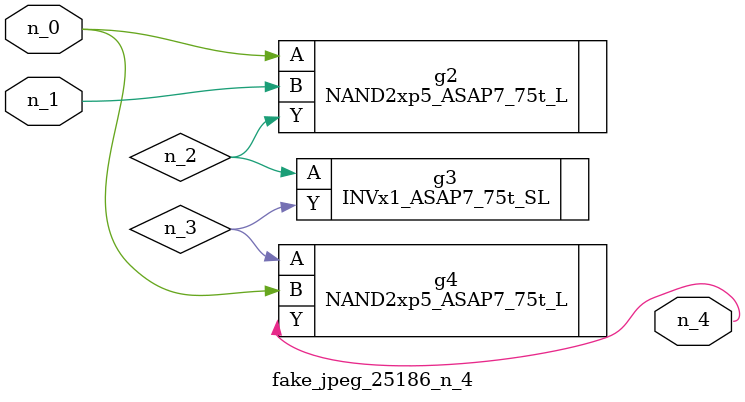
<source format=v>
module fake_jpeg_25186_n_4 (n_0, n_1, n_4);

input n_0;
input n_1;

output n_4;

wire n_2;
wire n_3;

NAND2xp5_ASAP7_75t_L g2 ( 
.A(n_0),
.B(n_1),
.Y(n_2)
);

INVx1_ASAP7_75t_SL g3 ( 
.A(n_2),
.Y(n_3)
);

NAND2xp5_ASAP7_75t_L g4 ( 
.A(n_3),
.B(n_0),
.Y(n_4)
);


endmodule
</source>
